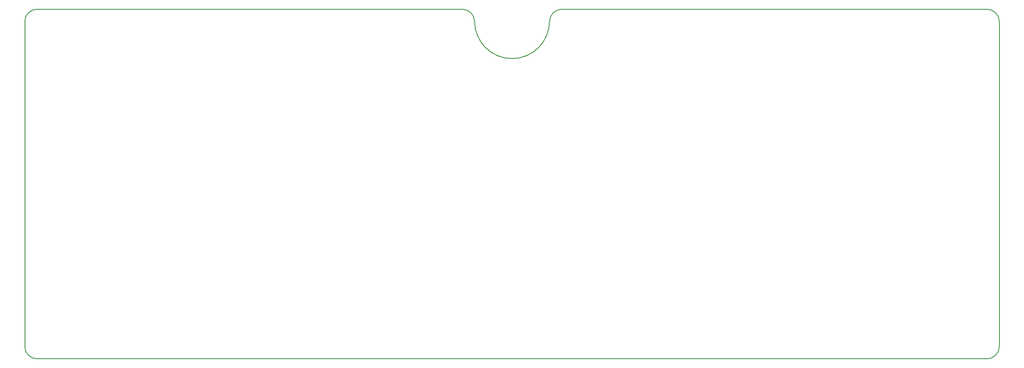
<source format=gbr>
%TF.GenerationSoftware,KiCad,Pcbnew,5.0.1*%
%TF.CreationDate,2018-10-23T16:01:19+11:00*%
%TF.ProjectId,FP1,4650312E6B696361645F706362000000,0.1*%
%TF.SameCoordinates,Original*%
%TF.FileFunction,Paste,Bot*%
%TF.FilePolarity,Positive*%
%FSLAX46Y46*%
G04 Gerber Fmt 4.6, Leading zero omitted, Abs format (unit mm)*
G04 Created by KiCad (PCBNEW 5.0.1) date Tue 23 Oct 2018 04:01:19 PM AEDT*
%MOMM*%
%LPD*%
G01*
G04 APERTURE LIST*
%ADD10C,0.150000*%
G04 APERTURE END LIST*
D10*
X240100000Y-59500000D02*
G75*
G03X237599981Y-56999981I-2500019J0D01*
G01*
X237599981Y-127000019D02*
G75*
G03X240100000Y-124500000I0J2500019D01*
G01*
X45099981Y-124500000D02*
G75*
G03X47600000Y-127000019I2500019J0D01*
G01*
X45099981Y-59500000D02*
G75*
G02X47600000Y-56999981I2500019J0D01*
G01*
X135098002Y-59400080D02*
G75*
G03X132599981Y-56999981I-2498021J-99920D01*
G01*
X150101622Y-59409986D02*
G75*
G02X152600019Y-57000000I2498397J-90033D01*
G01*
X150100000Y-59400000D02*
G75*
G02X135100000Y-59400000I-7500000J0D01*
G01*
X237620000Y-57000000D02*
X152580000Y-57000000D01*
X45100000Y-124540000D02*
X45100000Y-59460000D01*
X47610000Y-57000000D02*
X132630000Y-57000000D01*
X240100000Y-124530000D02*
X240100000Y-59490000D01*
X47570000Y-127000000D02*
X237630000Y-127000000D01*
M02*

</source>
